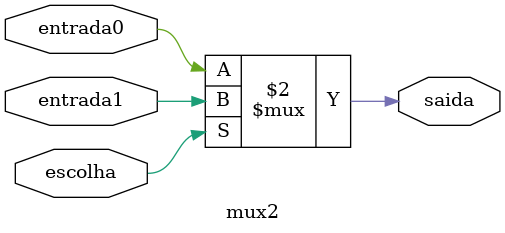
<source format=v>
module mux2(
	input entrada0,
	input entrada1,
	input escolha,
	output saida
);

assign saida = escolha==4'd0 ? entrada0 : entrada1;
endmodule

</source>
